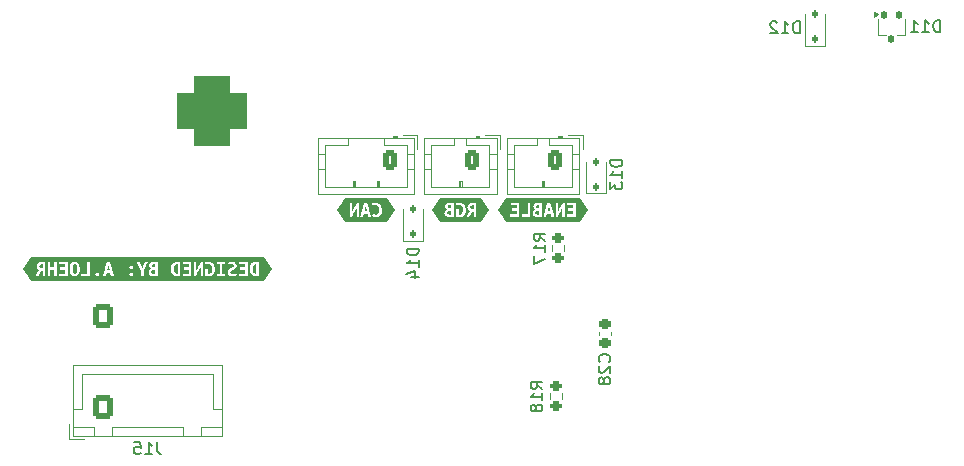
<source format=gbr>
G04 #@! TF.GenerationSoftware,KiCad,Pcbnew,8.0.1-rc2-202403101705~c0fd138706~ubuntu22.04.1*
G04 #@! TF.CreationDate,2024-03-11T22:08:16-04:00*
G04 #@! TF.ProjectId,Balance_Controller,42616c61-6e63-4655-9f43-6f6e74726f6c,rev?*
G04 #@! TF.SameCoordinates,Original*
G04 #@! TF.FileFunction,Legend,Bot*
G04 #@! TF.FilePolarity,Positive*
%FSLAX46Y46*%
G04 Gerber Fmt 4.6, Leading zero omitted, Abs format (unit mm)*
G04 Created by KiCad (PCBNEW 8.0.1-rc2-202403101705~c0fd138706~ubuntu22.04.1) date 2024-03-11 22:08:16*
%MOMM*%
%LPD*%
G01*
G04 APERTURE LIST*
G04 Aperture macros list*
%AMRoundRect*
0 Rectangle with rounded corners*
0 $1 Rounding radius*
0 $2 $3 $4 $5 $6 $7 $8 $9 X,Y pos of 4 corners*
0 Add a 4 corners polygon primitive as box body*
4,1,4,$2,$3,$4,$5,$6,$7,$8,$9,$2,$3,0*
0 Add four circle primitives for the rounded corners*
1,1,$1+$1,$2,$3*
1,1,$1+$1,$4,$5*
1,1,$1+$1,$6,$7*
1,1,$1+$1,$8,$9*
0 Add four rect primitives between the rounded corners*
20,1,$1+$1,$2,$3,$4,$5,0*
20,1,$1+$1,$4,$5,$6,$7,0*
20,1,$1+$1,$6,$7,$8,$9,0*
20,1,$1+$1,$8,$9,$2,$3,0*%
G04 Aperture macros list end*
%ADD10C,0.150000*%
%ADD11C,0.120000*%
%ADD12C,0.000000*%
%ADD13RoundRect,0.250000X-0.600000X-0.725000X0.600000X-0.725000X0.600000X0.725000X-0.600000X0.725000X0*%
%ADD14O,1.700000X1.950000*%
%ADD15C,5.400000*%
%ADD16C,0.850000*%
%ADD17C,5.600000*%
%ADD18C,2.400000*%
%ADD19RoundRect,1.500000X-1.500000X1.500000X-1.500000X-1.500000X1.500000X-1.500000X1.500000X1.500000X0*%
%ADD20C,6.000000*%
%ADD21R,1.700000X1.700000*%
%ADD22O,1.700000X1.700000*%
%ADD23RoundRect,0.200000X-0.275000X0.200000X-0.275000X-0.200000X0.275000X-0.200000X0.275000X0.200000X0*%
%ADD24RoundRect,0.250000X0.350000X0.625000X-0.350000X0.625000X-0.350000X-0.625000X0.350000X-0.625000X0*%
%ADD25O,1.200000X1.750000*%
%ADD26RoundRect,0.112500X0.112500X-0.187500X0.112500X0.187500X-0.112500X0.187500X-0.112500X-0.187500X0*%
%ADD27RoundRect,0.200000X0.275000X-0.200000X0.275000X0.200000X-0.275000X0.200000X-0.275000X-0.200000X0*%
%ADD28RoundRect,0.225000X-0.250000X0.225000X-0.250000X-0.225000X0.250000X-0.225000X0.250000X0.225000X0*%
%ADD29RoundRect,0.112500X-0.112500X-0.237500X0.112500X-0.237500X0.112500X0.237500X-0.112500X0.237500X0*%
G04 APERTURE END LIST*
D10*
X86809523Y-65424819D02*
X86809523Y-66139104D01*
X86809523Y-66139104D02*
X86857142Y-66281961D01*
X86857142Y-66281961D02*
X86952380Y-66377200D01*
X86952380Y-66377200D02*
X87095237Y-66424819D01*
X87095237Y-66424819D02*
X87190475Y-66424819D01*
X85809523Y-66424819D02*
X86380951Y-66424819D01*
X86095237Y-66424819D02*
X86095237Y-65424819D01*
X86095237Y-65424819D02*
X86190475Y-65567676D01*
X86190475Y-65567676D02*
X86285713Y-65662914D01*
X86285713Y-65662914D02*
X86380951Y-65710533D01*
X84904761Y-65424819D02*
X85380951Y-65424819D01*
X85380951Y-65424819D02*
X85428570Y-65901009D01*
X85428570Y-65901009D02*
X85380951Y-65853390D01*
X85380951Y-65853390D02*
X85285713Y-65805771D01*
X85285713Y-65805771D02*
X85047618Y-65805771D01*
X85047618Y-65805771D02*
X84952380Y-65853390D01*
X84952380Y-65853390D02*
X84904761Y-65901009D01*
X84904761Y-65901009D02*
X84857142Y-65996247D01*
X84857142Y-65996247D02*
X84857142Y-66234342D01*
X84857142Y-66234342D02*
X84904761Y-66329580D01*
X84904761Y-66329580D02*
X84952380Y-66377200D01*
X84952380Y-66377200D02*
X85047618Y-66424819D01*
X85047618Y-66424819D02*
X85285713Y-66424819D01*
X85285713Y-66424819D02*
X85380951Y-66377200D01*
X85380951Y-66377200D02*
X85428570Y-66329580D01*
X119451199Y-60916026D02*
X118975008Y-60582693D01*
X119451199Y-60344598D02*
X118451199Y-60344598D01*
X118451199Y-60344598D02*
X118451199Y-60725550D01*
X118451199Y-60725550D02*
X118498818Y-60820788D01*
X118498818Y-60820788D02*
X118546437Y-60868407D01*
X118546437Y-60868407D02*
X118641675Y-60916026D01*
X118641675Y-60916026D02*
X118784532Y-60916026D01*
X118784532Y-60916026D02*
X118879770Y-60868407D01*
X118879770Y-60868407D02*
X118927389Y-60820788D01*
X118927389Y-60820788D02*
X118975008Y-60725550D01*
X118975008Y-60725550D02*
X118975008Y-60344598D01*
X119451199Y-61868407D02*
X119451199Y-61296979D01*
X119451199Y-61582693D02*
X118451199Y-61582693D01*
X118451199Y-61582693D02*
X118594056Y-61487455D01*
X118594056Y-61487455D02*
X118689294Y-61392217D01*
X118689294Y-61392217D02*
X118736913Y-61296979D01*
X118879770Y-62439836D02*
X118832151Y-62344598D01*
X118832151Y-62344598D02*
X118784532Y-62296979D01*
X118784532Y-62296979D02*
X118689294Y-62249360D01*
X118689294Y-62249360D02*
X118641675Y-62249360D01*
X118641675Y-62249360D02*
X118546437Y-62296979D01*
X118546437Y-62296979D02*
X118498818Y-62344598D01*
X118498818Y-62344598D02*
X118451199Y-62439836D01*
X118451199Y-62439836D02*
X118451199Y-62630312D01*
X118451199Y-62630312D02*
X118498818Y-62725550D01*
X118498818Y-62725550D02*
X118546437Y-62773169D01*
X118546437Y-62773169D02*
X118641675Y-62820788D01*
X118641675Y-62820788D02*
X118689294Y-62820788D01*
X118689294Y-62820788D02*
X118784532Y-62773169D01*
X118784532Y-62773169D02*
X118832151Y-62725550D01*
X118832151Y-62725550D02*
X118879770Y-62630312D01*
X118879770Y-62630312D02*
X118879770Y-62439836D01*
X118879770Y-62439836D02*
X118927389Y-62344598D01*
X118927389Y-62344598D02*
X118975008Y-62296979D01*
X118975008Y-62296979D02*
X119070246Y-62249360D01*
X119070246Y-62249360D02*
X119260722Y-62249360D01*
X119260722Y-62249360D02*
X119355960Y-62296979D01*
X119355960Y-62296979D02*
X119403580Y-62344598D01*
X119403580Y-62344598D02*
X119451199Y-62439836D01*
X119451199Y-62439836D02*
X119451199Y-62630312D01*
X119451199Y-62630312D02*
X119403580Y-62725550D01*
X119403580Y-62725550D02*
X119355960Y-62773169D01*
X119355960Y-62773169D02*
X119260722Y-62820788D01*
X119260722Y-62820788D02*
X119070246Y-62820788D01*
X119070246Y-62820788D02*
X118975008Y-62773169D01*
X118975008Y-62773169D02*
X118927389Y-62725550D01*
X118927389Y-62725550D02*
X118879770Y-62630312D01*
X126204819Y-41535714D02*
X125204819Y-41535714D01*
X125204819Y-41535714D02*
X125204819Y-41773809D01*
X125204819Y-41773809D02*
X125252438Y-41916666D01*
X125252438Y-41916666D02*
X125347676Y-42011904D01*
X125347676Y-42011904D02*
X125442914Y-42059523D01*
X125442914Y-42059523D02*
X125633390Y-42107142D01*
X125633390Y-42107142D02*
X125776247Y-42107142D01*
X125776247Y-42107142D02*
X125966723Y-42059523D01*
X125966723Y-42059523D02*
X126061961Y-42011904D01*
X126061961Y-42011904D02*
X126157200Y-41916666D01*
X126157200Y-41916666D02*
X126204819Y-41773809D01*
X126204819Y-41773809D02*
X126204819Y-41535714D01*
X126204819Y-43059523D02*
X126204819Y-42488095D01*
X126204819Y-42773809D02*
X125204819Y-42773809D01*
X125204819Y-42773809D02*
X125347676Y-42678571D01*
X125347676Y-42678571D02*
X125442914Y-42583333D01*
X125442914Y-42583333D02*
X125490533Y-42488095D01*
X125204819Y-43392857D02*
X125204819Y-44011904D01*
X125204819Y-44011904D02*
X125585771Y-43678571D01*
X125585771Y-43678571D02*
X125585771Y-43821428D01*
X125585771Y-43821428D02*
X125633390Y-43916666D01*
X125633390Y-43916666D02*
X125681009Y-43964285D01*
X125681009Y-43964285D02*
X125776247Y-44011904D01*
X125776247Y-44011904D02*
X126014342Y-44011904D01*
X126014342Y-44011904D02*
X126109580Y-43964285D01*
X126109580Y-43964285D02*
X126157200Y-43916666D01*
X126157200Y-43916666D02*
X126204819Y-43821428D01*
X126204819Y-43821428D02*
X126204819Y-43535714D01*
X126204819Y-43535714D02*
X126157200Y-43440476D01*
X126157200Y-43440476D02*
X126109580Y-43392857D01*
X108954819Y-49035714D02*
X107954819Y-49035714D01*
X107954819Y-49035714D02*
X107954819Y-49273809D01*
X107954819Y-49273809D02*
X108002438Y-49416666D01*
X108002438Y-49416666D02*
X108097676Y-49511904D01*
X108097676Y-49511904D02*
X108192914Y-49559523D01*
X108192914Y-49559523D02*
X108383390Y-49607142D01*
X108383390Y-49607142D02*
X108526247Y-49607142D01*
X108526247Y-49607142D02*
X108716723Y-49559523D01*
X108716723Y-49559523D02*
X108811961Y-49511904D01*
X108811961Y-49511904D02*
X108907200Y-49416666D01*
X108907200Y-49416666D02*
X108954819Y-49273809D01*
X108954819Y-49273809D02*
X108954819Y-49035714D01*
X108954819Y-50559523D02*
X108954819Y-49988095D01*
X108954819Y-50273809D02*
X107954819Y-50273809D01*
X107954819Y-50273809D02*
X108097676Y-50178571D01*
X108097676Y-50178571D02*
X108192914Y-50083333D01*
X108192914Y-50083333D02*
X108240533Y-49988095D01*
X108288152Y-51416666D02*
X108954819Y-51416666D01*
X107907200Y-51178571D02*
X108621485Y-50940476D01*
X108621485Y-50940476D02*
X108621485Y-51559523D01*
X141214285Y-30804819D02*
X141214285Y-29804819D01*
X141214285Y-29804819D02*
X140976190Y-29804819D01*
X140976190Y-29804819D02*
X140833333Y-29852438D01*
X140833333Y-29852438D02*
X140738095Y-29947676D01*
X140738095Y-29947676D02*
X140690476Y-30042914D01*
X140690476Y-30042914D02*
X140642857Y-30233390D01*
X140642857Y-30233390D02*
X140642857Y-30376247D01*
X140642857Y-30376247D02*
X140690476Y-30566723D01*
X140690476Y-30566723D02*
X140738095Y-30661961D01*
X140738095Y-30661961D02*
X140833333Y-30757200D01*
X140833333Y-30757200D02*
X140976190Y-30804819D01*
X140976190Y-30804819D02*
X141214285Y-30804819D01*
X139690476Y-30804819D02*
X140261904Y-30804819D01*
X139976190Y-30804819D02*
X139976190Y-29804819D01*
X139976190Y-29804819D02*
X140071428Y-29947676D01*
X140071428Y-29947676D02*
X140166666Y-30042914D01*
X140166666Y-30042914D02*
X140261904Y-30090533D01*
X139309523Y-29900057D02*
X139261904Y-29852438D01*
X139261904Y-29852438D02*
X139166666Y-29804819D01*
X139166666Y-29804819D02*
X138928571Y-29804819D01*
X138928571Y-29804819D02*
X138833333Y-29852438D01*
X138833333Y-29852438D02*
X138785714Y-29900057D01*
X138785714Y-29900057D02*
X138738095Y-29995295D01*
X138738095Y-29995295D02*
X138738095Y-30090533D01*
X138738095Y-30090533D02*
X138785714Y-30233390D01*
X138785714Y-30233390D02*
X139357142Y-30804819D01*
X139357142Y-30804819D02*
X138738095Y-30804819D01*
X119704819Y-48357142D02*
X119228628Y-48023809D01*
X119704819Y-47785714D02*
X118704819Y-47785714D01*
X118704819Y-47785714D02*
X118704819Y-48166666D01*
X118704819Y-48166666D02*
X118752438Y-48261904D01*
X118752438Y-48261904D02*
X118800057Y-48309523D01*
X118800057Y-48309523D02*
X118895295Y-48357142D01*
X118895295Y-48357142D02*
X119038152Y-48357142D01*
X119038152Y-48357142D02*
X119133390Y-48309523D01*
X119133390Y-48309523D02*
X119181009Y-48261904D01*
X119181009Y-48261904D02*
X119228628Y-48166666D01*
X119228628Y-48166666D02*
X119228628Y-47785714D01*
X119704819Y-49309523D02*
X119704819Y-48738095D01*
X119704819Y-49023809D02*
X118704819Y-49023809D01*
X118704819Y-49023809D02*
X118847676Y-48928571D01*
X118847676Y-48928571D02*
X118942914Y-48833333D01*
X118942914Y-48833333D02*
X118990533Y-48738095D01*
X118704819Y-49642857D02*
X118704819Y-50309523D01*
X118704819Y-50309523D02*
X119704819Y-49880952D01*
X125109580Y-58607142D02*
X125157200Y-58559523D01*
X125157200Y-58559523D02*
X125204819Y-58416666D01*
X125204819Y-58416666D02*
X125204819Y-58321428D01*
X125204819Y-58321428D02*
X125157200Y-58178571D01*
X125157200Y-58178571D02*
X125061961Y-58083333D01*
X125061961Y-58083333D02*
X124966723Y-58035714D01*
X124966723Y-58035714D02*
X124776247Y-57988095D01*
X124776247Y-57988095D02*
X124633390Y-57988095D01*
X124633390Y-57988095D02*
X124442914Y-58035714D01*
X124442914Y-58035714D02*
X124347676Y-58083333D01*
X124347676Y-58083333D02*
X124252438Y-58178571D01*
X124252438Y-58178571D02*
X124204819Y-58321428D01*
X124204819Y-58321428D02*
X124204819Y-58416666D01*
X124204819Y-58416666D02*
X124252438Y-58559523D01*
X124252438Y-58559523D02*
X124300057Y-58607142D01*
X124300057Y-58988095D02*
X124252438Y-59035714D01*
X124252438Y-59035714D02*
X124204819Y-59130952D01*
X124204819Y-59130952D02*
X124204819Y-59369047D01*
X124204819Y-59369047D02*
X124252438Y-59464285D01*
X124252438Y-59464285D02*
X124300057Y-59511904D01*
X124300057Y-59511904D02*
X124395295Y-59559523D01*
X124395295Y-59559523D02*
X124490533Y-59559523D01*
X124490533Y-59559523D02*
X124633390Y-59511904D01*
X124633390Y-59511904D02*
X125204819Y-58940476D01*
X125204819Y-58940476D02*
X125204819Y-59559523D01*
X124633390Y-60130952D02*
X124585771Y-60035714D01*
X124585771Y-60035714D02*
X124538152Y-59988095D01*
X124538152Y-59988095D02*
X124442914Y-59940476D01*
X124442914Y-59940476D02*
X124395295Y-59940476D01*
X124395295Y-59940476D02*
X124300057Y-59988095D01*
X124300057Y-59988095D02*
X124252438Y-60035714D01*
X124252438Y-60035714D02*
X124204819Y-60130952D01*
X124204819Y-60130952D02*
X124204819Y-60321428D01*
X124204819Y-60321428D02*
X124252438Y-60416666D01*
X124252438Y-60416666D02*
X124300057Y-60464285D01*
X124300057Y-60464285D02*
X124395295Y-60511904D01*
X124395295Y-60511904D02*
X124442914Y-60511904D01*
X124442914Y-60511904D02*
X124538152Y-60464285D01*
X124538152Y-60464285D02*
X124585771Y-60416666D01*
X124585771Y-60416666D02*
X124633390Y-60321428D01*
X124633390Y-60321428D02*
X124633390Y-60130952D01*
X124633390Y-60130952D02*
X124681009Y-60035714D01*
X124681009Y-60035714D02*
X124728628Y-59988095D01*
X124728628Y-59988095D02*
X124823866Y-59940476D01*
X124823866Y-59940476D02*
X125014342Y-59940476D01*
X125014342Y-59940476D02*
X125109580Y-59988095D01*
X125109580Y-59988095D02*
X125157200Y-60035714D01*
X125157200Y-60035714D02*
X125204819Y-60130952D01*
X125204819Y-60130952D02*
X125204819Y-60321428D01*
X125204819Y-60321428D02*
X125157200Y-60416666D01*
X125157200Y-60416666D02*
X125109580Y-60464285D01*
X125109580Y-60464285D02*
X125014342Y-60511904D01*
X125014342Y-60511904D02*
X124823866Y-60511904D01*
X124823866Y-60511904D02*
X124728628Y-60464285D01*
X124728628Y-60464285D02*
X124681009Y-60416666D01*
X124681009Y-60416666D02*
X124633390Y-60321428D01*
X153114285Y-30704819D02*
X153114285Y-29704819D01*
X153114285Y-29704819D02*
X152876190Y-29704819D01*
X152876190Y-29704819D02*
X152733333Y-29752438D01*
X152733333Y-29752438D02*
X152638095Y-29847676D01*
X152638095Y-29847676D02*
X152590476Y-29942914D01*
X152590476Y-29942914D02*
X152542857Y-30133390D01*
X152542857Y-30133390D02*
X152542857Y-30276247D01*
X152542857Y-30276247D02*
X152590476Y-30466723D01*
X152590476Y-30466723D02*
X152638095Y-30561961D01*
X152638095Y-30561961D02*
X152733333Y-30657200D01*
X152733333Y-30657200D02*
X152876190Y-30704819D01*
X152876190Y-30704819D02*
X153114285Y-30704819D01*
X151590476Y-30704819D02*
X152161904Y-30704819D01*
X151876190Y-30704819D02*
X151876190Y-29704819D01*
X151876190Y-29704819D02*
X151971428Y-29847676D01*
X151971428Y-29847676D02*
X152066666Y-29942914D01*
X152066666Y-29942914D02*
X152161904Y-29990533D01*
X150638095Y-30704819D02*
X151209523Y-30704819D01*
X150923809Y-30704819D02*
X150923809Y-29704819D01*
X150923809Y-29704819D02*
X151019047Y-29847676D01*
X151019047Y-29847676D02*
X151114285Y-29942914D01*
X151114285Y-29942914D02*
X151209523Y-29990533D01*
D11*
X79400000Y-65170000D02*
X79400000Y-63920000D01*
X79690000Y-58910000D02*
X92310000Y-58910000D01*
X79690000Y-64880000D02*
X79690000Y-58910000D01*
X79700000Y-62620000D02*
X80450000Y-62620000D01*
X79700000Y-64120000D02*
X81500000Y-64120000D01*
X79700000Y-64870000D02*
X79700000Y-64120000D01*
X80450000Y-59670000D02*
X86000000Y-59670000D01*
X80450000Y-62620000D02*
X80450000Y-59670000D01*
X80650000Y-65170000D02*
X79400000Y-65170000D01*
X81500000Y-64120000D02*
X81500000Y-64870000D01*
X81500000Y-64870000D02*
X79700000Y-64870000D01*
X83000000Y-64120000D02*
X89000000Y-64120000D01*
X83000000Y-64870000D02*
X83000000Y-64120000D01*
X89000000Y-64120000D02*
X89000000Y-64870000D01*
X89000000Y-64870000D02*
X83000000Y-64870000D01*
X90500000Y-64120000D02*
X92300000Y-64120000D01*
X90500000Y-64870000D02*
X90500000Y-64120000D01*
X91550000Y-59670000D02*
X86000000Y-59670000D01*
X91550000Y-62620000D02*
X91550000Y-59670000D01*
X92300000Y-62620000D02*
X91550000Y-62620000D01*
X92300000Y-64120000D02*
X92300000Y-64870000D01*
X92300000Y-64870000D02*
X90500000Y-64870000D01*
X92310000Y-58910000D02*
X92310000Y-64880000D01*
X92310000Y-64880000D02*
X79690000Y-64880000D01*
D12*
G36*
X120035305Y-45514732D02*
G01*
X120065785Y-45632843D01*
X120092455Y-45750000D01*
X120116268Y-45871920D01*
X119885763Y-45871920D01*
X119908623Y-45750000D01*
X119934340Y-45632843D01*
X119964820Y-45514732D01*
X120000063Y-45388050D01*
X120035305Y-45514732D01*
G37*
G36*
X119133288Y-45351855D02*
G01*
X119184723Y-45357570D01*
X119184723Y-45628080D01*
X119093283Y-45628080D01*
X118958028Y-45589027D01*
X118912308Y-45481395D01*
X118925643Y-45413767D01*
X118961838Y-45373762D01*
X119015178Y-45354712D01*
X119078043Y-45349950D01*
X119133288Y-45351855D01*
G37*
G36*
X119184723Y-46142430D02*
G01*
X119130430Y-46148145D01*
X119072328Y-46150050D01*
X118994222Y-46143382D01*
X118926595Y-46118618D01*
X118878018Y-46067182D01*
X118858967Y-45982410D01*
X118913260Y-45859537D01*
X119058993Y-45822390D01*
X119184723Y-45822390D01*
X119184723Y-46142430D01*
G37*
G36*
X123323441Y-45750000D02*
G01*
X122656268Y-46750760D01*
X122259393Y-46750760D01*
X120750633Y-46750760D01*
X119790513Y-46750760D01*
X119091378Y-46750760D01*
X117693108Y-46750760D01*
X117496893Y-46750760D01*
X116740607Y-46750760D01*
X116343732Y-46750760D01*
X116068989Y-46338645D01*
X116740607Y-46338645D01*
X117496893Y-46338645D01*
X117693108Y-46338645D01*
X118434153Y-46338645D01*
X118434153Y-45982410D01*
X118628463Y-45982410D01*
X118637511Y-46080279D01*
X118664658Y-46160528D01*
X118762765Y-46274828D01*
X118830392Y-46311499D01*
X118909450Y-46335787D01*
X118997318Y-46349361D01*
X119091378Y-46353885D01*
X119170911Y-46351742D01*
X119253303Y-46345313D01*
X119305163Y-46338645D01*
X119539053Y-46338645D01*
X119790513Y-46338645D01*
X119845758Y-46066230D01*
X120160083Y-46066230D01*
X120213423Y-46338645D01*
X120457263Y-46338645D01*
X120423658Y-46201676D01*
X120389902Y-46069659D01*
X120355993Y-45942596D01*
X120321931Y-45820485D01*
X120287718Y-45703328D01*
X120245212Y-45561822D01*
X120203421Y-45424007D01*
X120162345Y-45289883D01*
X120121983Y-45159450D01*
X120562038Y-45159450D01*
X120562038Y-46338645D01*
X120750633Y-46338645D01*
X120805560Y-46207941D01*
X120863663Y-46077448D01*
X120924940Y-45947167D01*
X120989393Y-45816887D01*
X121057020Y-45686394D01*
X121127823Y-45555690D01*
X121127823Y-46338645D01*
X121339278Y-46338645D01*
X121503108Y-46338645D01*
X122259393Y-46338645D01*
X122259393Y-45159450D01*
X121545018Y-45159450D01*
X121545018Y-45353760D01*
X122025078Y-45353760D01*
X122025078Y-45618555D01*
X121607883Y-45618555D01*
X121607883Y-45812865D01*
X122025078Y-45812865D01*
X122025078Y-46144335D01*
X121503108Y-46144335D01*
X121503108Y-46338645D01*
X121339278Y-46338645D01*
X121339278Y-45159450D01*
X121150683Y-45159450D01*
X121097343Y-45246842D01*
X121044003Y-45341377D01*
X120991377Y-45439247D01*
X120940180Y-45536640D01*
X120891603Y-45632366D01*
X120846835Y-45725235D01*
X120807068Y-45810960D01*
X120773493Y-45885255D01*
X120773493Y-45159450D01*
X120562038Y-45159450D01*
X120121983Y-45159450D01*
X119866713Y-45159450D01*
X119824862Y-45290955D01*
X119783131Y-45426388D01*
X119741518Y-45565751D01*
X119700025Y-45709042D01*
X119667069Y-45827191D01*
X119634493Y-45949225D01*
X119602299Y-46075145D01*
X119570485Y-46204952D01*
X119539053Y-46338645D01*
X119305163Y-46338645D01*
X119336646Y-46334597D01*
X119419038Y-46319595D01*
X119419038Y-45174690D01*
X119272353Y-45154687D01*
X119114238Y-45146115D01*
X118993270Y-45153021D01*
X118897068Y-45173737D01*
X118765623Y-45246127D01*
X118700853Y-45346140D01*
X118683707Y-45456630D01*
X118693947Y-45535688D01*
X118724665Y-45605220D01*
X118834203Y-45708090D01*
X118733476Y-45759525D01*
X118671325Y-45826200D01*
X118639178Y-45902400D01*
X118628463Y-45982410D01*
X118434153Y-45982410D01*
X118434153Y-45159450D01*
X118197933Y-45159450D01*
X118197933Y-46144335D01*
X117693108Y-46144335D01*
X117693108Y-46338645D01*
X117496893Y-46338645D01*
X117496893Y-45159450D01*
X116782517Y-45159450D01*
X116782517Y-45353760D01*
X117262578Y-45353760D01*
X117262578Y-45618555D01*
X116845383Y-45618555D01*
X116845383Y-45812865D01*
X117262578Y-45812865D01*
X117262578Y-46144335D01*
X116740607Y-46144335D01*
X116740607Y-46338645D01*
X116068989Y-46338645D01*
X115676559Y-45750000D01*
X116343732Y-44749240D01*
X116740607Y-44749240D01*
X122259393Y-44749240D01*
X122656268Y-44749240D01*
X123323441Y-45750000D01*
G37*
D11*
X120064870Y-61262742D02*
X120064870Y-61737258D01*
X121109870Y-61262742D02*
X121109870Y-61737258D01*
X116440000Y-39690000D02*
X122560000Y-39690000D01*
X116440000Y-41000000D02*
X117050000Y-41000000D01*
X116440000Y-42300000D02*
X117050000Y-42300000D01*
X116440000Y-44410000D02*
X116440000Y-39690000D01*
X117050000Y-40300000D02*
X119000000Y-40300000D01*
X117050000Y-43800000D02*
X117050000Y-40300000D01*
X119000000Y-40300000D02*
X119000000Y-39690000D01*
X119400000Y-43300000D02*
X119400000Y-43800000D01*
X119500000Y-43800000D02*
X119500000Y-43300000D01*
X119600000Y-43300000D02*
X119400000Y-43300000D01*
X119600000Y-43800000D02*
X119600000Y-43300000D01*
X120000000Y-39690000D02*
X120000000Y-40300000D01*
X120000000Y-40300000D02*
X121950000Y-40300000D01*
X120800000Y-39490000D02*
X121100000Y-39490000D01*
X120800000Y-39590000D02*
X121100000Y-39590000D01*
X120800000Y-39690000D02*
X120800000Y-39490000D01*
X121100000Y-39490000D02*
X121100000Y-39690000D01*
X121610000Y-39390000D02*
X122860000Y-39390000D01*
X121950000Y-40300000D02*
X121950000Y-43800000D01*
X121950000Y-43800000D02*
X117050000Y-43800000D01*
X122560000Y-39690000D02*
X122560000Y-44410000D01*
X122560000Y-41000000D02*
X121950000Y-41000000D01*
X122560000Y-42300000D02*
X121950000Y-42300000D01*
X122560000Y-44410000D02*
X116440000Y-44410000D01*
X122860000Y-39390000D02*
X122860000Y-40640000D01*
D12*
G36*
X104519050Y-45516637D02*
G01*
X104549530Y-45634747D01*
X104576200Y-45751905D01*
X104600012Y-45873825D01*
X104369507Y-45873825D01*
X104392367Y-45751905D01*
X104418085Y-45634747D01*
X104448565Y-45516637D01*
X104483807Y-45389955D01*
X104519050Y-45516637D01*
G37*
G36*
X106930886Y-45750000D02*
G01*
X106256092Y-46762190D01*
X105859218Y-46762190D01*
X105346772Y-46762190D01*
X104274257Y-46762190D01*
X103329377Y-46762190D01*
X103140782Y-46762190D01*
X102743907Y-46762190D01*
X102069114Y-45750000D01*
X102461544Y-45161355D01*
X103140782Y-45161355D01*
X103140782Y-46340550D01*
X103329377Y-46340550D01*
X103384305Y-46209846D01*
X103442407Y-46079353D01*
X103503685Y-45949072D01*
X103568138Y-45818792D01*
X103635765Y-45688299D01*
X103706567Y-45557595D01*
X103706567Y-46340550D01*
X103918022Y-46340550D01*
X104022797Y-46340550D01*
X104274257Y-46340550D01*
X104329502Y-46068135D01*
X104643827Y-46068135D01*
X104697167Y-46340550D01*
X104941007Y-46340550D01*
X104926986Y-46283400D01*
X105017207Y-46283400D01*
X105151510Y-46339597D01*
X105242712Y-46358886D01*
X105346772Y-46365315D01*
X105500019Y-46347535D01*
X105627019Y-46294195D01*
X105727773Y-46205295D01*
X105785280Y-46116832D01*
X105826356Y-46011461D01*
X105851002Y-45889184D01*
X105859218Y-45750000D01*
X105849216Y-45611411D01*
X105819213Y-45489015D01*
X105771349Y-45383526D01*
X105707770Y-45295657D01*
X105629665Y-45226125D01*
X105538225Y-45175642D01*
X105435593Y-45144924D01*
X105323912Y-45134685D01*
X105210565Y-45145162D01*
X105121982Y-45168975D01*
X105058165Y-45197550D01*
X105019112Y-45220410D01*
X105080072Y-45407100D01*
X105185800Y-45358522D01*
X105327722Y-45338520D01*
X105435355Y-45358522D01*
X105528700Y-45425197D01*
X105595375Y-45549975D01*
X105614663Y-45637605D01*
X105621092Y-45744285D01*
X105613367Y-45868427D01*
X105590189Y-45971615D01*
X105551560Y-46053847D01*
X105459882Y-46134572D01*
X105323912Y-46161480D01*
X105172465Y-46140525D01*
X105076262Y-46098615D01*
X105017207Y-46283400D01*
X104926986Y-46283400D01*
X104907403Y-46203580D01*
X104873647Y-46071564D01*
X104839738Y-45944500D01*
X104805676Y-45822390D01*
X104771462Y-45705232D01*
X104728957Y-45563727D01*
X104687166Y-45425912D01*
X104646090Y-45291788D01*
X104605727Y-45161355D01*
X104350457Y-45161355D01*
X104308607Y-45292860D01*
X104266876Y-45428293D01*
X104225263Y-45567656D01*
X104183770Y-45710947D01*
X104150813Y-45829096D01*
X104118238Y-45951130D01*
X104086043Y-46077050D01*
X104054230Y-46206857D01*
X104022797Y-46340550D01*
X103918022Y-46340550D01*
X103918022Y-45161355D01*
X103729427Y-45161355D01*
X103676087Y-45248747D01*
X103622747Y-45343282D01*
X103570122Y-45441152D01*
X103518925Y-45538545D01*
X103470347Y-45634271D01*
X103425580Y-45727140D01*
X103385813Y-45812865D01*
X103352237Y-45887160D01*
X103352237Y-45161355D01*
X103140782Y-45161355D01*
X102461544Y-45161355D01*
X102743907Y-44737810D01*
X103140782Y-44737810D01*
X105859217Y-44737810D01*
X105859218Y-44737810D01*
X106256092Y-44737810D01*
X106930886Y-45750000D01*
G37*
D11*
X123150000Y-44360000D02*
X123150000Y-41700000D01*
X124850000Y-44360000D02*
X123150000Y-44360000D01*
X124850000Y-44360000D02*
X124850000Y-41700000D01*
X107650000Y-48360000D02*
X107650000Y-45700000D01*
X109350000Y-48360000D02*
X107650000Y-48360000D01*
X109350000Y-48360000D02*
X109350000Y-45700000D01*
X141650000Y-29200000D02*
X141650000Y-31860000D01*
X141650000Y-31860000D02*
X143350000Y-31860000D01*
X143350000Y-29200000D02*
X143350000Y-31860000D01*
X120227500Y-49237258D02*
X120227500Y-48762742D01*
X121272500Y-49237258D02*
X121272500Y-48762742D01*
D12*
G36*
X82744355Y-50516637D02*
G01*
X82774835Y-50634747D01*
X82801505Y-50751905D01*
X82825317Y-50873825D01*
X82594812Y-50873825D01*
X82617673Y-50751905D01*
X82643390Y-50634747D01*
X82673870Y-50516637D01*
X82709112Y-50389955D01*
X82744355Y-50516637D01*
G37*
G36*
X86604837Y-50353760D02*
G01*
X86656272Y-50359475D01*
X86656272Y-50629985D01*
X86564832Y-50629985D01*
X86429577Y-50590932D01*
X86383857Y-50483300D01*
X86397192Y-50415672D01*
X86433387Y-50375667D01*
X86486727Y-50356617D01*
X86549592Y-50351855D01*
X86604837Y-50353760D01*
G37*
G36*
X86656272Y-51144335D02*
G01*
X86601980Y-51150050D01*
X86543877Y-51151955D01*
X86465772Y-51145287D01*
X86398145Y-51120522D01*
X86349567Y-51069087D01*
X86330517Y-50984315D01*
X86384810Y-50861442D01*
X86530542Y-50824295D01*
X86656272Y-50824295D01*
X86656272Y-51144335D01*
G37*
G36*
X77093172Y-50352807D02*
G01*
X77131272Y-50357570D01*
X77131272Y-50711900D01*
X77079837Y-50711900D01*
X76976491Y-50700232D01*
X76906482Y-50665227D01*
X76853142Y-50532830D01*
X76867430Y-50451867D01*
X76910292Y-50395670D01*
X76976491Y-50362809D01*
X77060787Y-50351855D01*
X77093172Y-50352807D01*
G37*
G36*
X88526982Y-50352807D02*
G01*
X88561272Y-50357570D01*
X88561272Y-51150050D01*
X88540317Y-51151955D01*
X88519362Y-51151955D01*
X88385060Y-51121475D01*
X88297430Y-51037655D01*
X88249805Y-50910972D01*
X88239089Y-50834058D01*
X88235517Y-50750000D01*
X88246947Y-50601410D01*
X88286953Y-50473775D01*
X88365057Y-50385192D01*
X88492692Y-50351855D01*
X88526982Y-50352807D01*
G37*
G36*
X95194483Y-50352807D02*
G01*
X95228773Y-50357570D01*
X95228773Y-51150050D01*
X95207818Y-51151955D01*
X95186863Y-51151955D01*
X95052560Y-51121475D01*
X94964930Y-51037655D01*
X94917305Y-50910972D01*
X94906589Y-50834058D01*
X94903017Y-50750000D01*
X94914448Y-50601410D01*
X94954453Y-50473775D01*
X95032558Y-50385192D01*
X95160193Y-50351855D01*
X95194483Y-50352807D01*
G37*
G36*
X79946862Y-50370905D02*
G01*
X80003060Y-50459487D01*
X80029730Y-50589980D01*
X80034731Y-50667132D01*
X80036397Y-50750000D01*
X80034731Y-50833106D01*
X80029730Y-50910972D01*
X80003060Y-51041465D01*
X79946862Y-51129095D01*
X79849707Y-51161480D01*
X79753505Y-51129095D01*
X79696355Y-51040512D01*
X79669685Y-50910020D01*
X79664684Y-50832867D01*
X79663017Y-50750000D01*
X79664684Y-50666894D01*
X79669685Y-50589027D01*
X79696355Y-50458535D01*
X79752552Y-50370905D01*
X79849707Y-50338520D01*
X79946862Y-50370905D01*
G37*
G36*
X96534756Y-50750000D02*
G01*
X95859962Y-51762190D01*
X95463087Y-51762190D01*
X95211627Y-51762190D01*
X94493442Y-51762190D01*
X93218997Y-51762190D01*
X92605588Y-51762190D01*
X91222558Y-51762190D01*
X90127183Y-51762190D01*
X89730942Y-51762190D01*
X88544127Y-51762190D01*
X86562927Y-51762190D01*
X85444692Y-51762190D01*
X84610302Y-51762190D01*
X82499563Y-51762190D01*
X81752802Y-51762190D01*
X80402157Y-51762190D01*
X79847802Y-51762190D01*
X79253442Y-51762190D01*
X77554182Y-51762190D01*
X76536912Y-51762190D01*
X76140037Y-51762190D01*
X75858944Y-51340550D01*
X76536912Y-51340550D01*
X76782657Y-51340550D01*
X76830044Y-51228393D01*
X76884575Y-51120522D01*
X76944821Y-51014081D01*
X77009352Y-50906210D01*
X77131272Y-50906210D01*
X77131272Y-51340550D01*
X77365587Y-51340550D01*
X77365587Y-50178500D01*
X77290340Y-50164212D01*
X77265484Y-50161355D01*
X77554182Y-50161355D01*
X77554182Y-51340550D01*
X77788497Y-51340550D01*
X77788497Y-50820485D01*
X78100917Y-50820485D01*
X78100917Y-51340550D01*
X78335232Y-51340550D01*
X78497157Y-51340550D01*
X79253442Y-51340550D01*
X79253442Y-50750000D01*
X79424892Y-50750000D01*
X79431798Y-50893054D01*
X79452515Y-51017414D01*
X79487043Y-51123082D01*
X79535382Y-51210057D01*
X79619202Y-51296312D01*
X79723342Y-51348064D01*
X79847802Y-51365315D01*
X79975332Y-51348064D01*
X79990683Y-51340550D01*
X80402157Y-51340550D01*
X81143202Y-51340550D01*
X81143202Y-51190055D01*
X81583257Y-51190055D01*
X81634692Y-51317690D01*
X81752802Y-51361505D01*
X81817572Y-51350075D01*
X81833084Y-51340550D01*
X82248102Y-51340550D01*
X82499563Y-51340550D01*
X82554808Y-51068135D01*
X82869132Y-51068135D01*
X82922472Y-51340550D01*
X83166312Y-51340550D01*
X83132708Y-51203580D01*
X83129250Y-51190055D01*
X84440757Y-51190055D01*
X84492192Y-51317690D01*
X84610302Y-51361505D01*
X84675072Y-51350075D01*
X84729365Y-51316737D01*
X84767465Y-51263397D01*
X84781752Y-51190055D01*
X84767465Y-51118617D01*
X84729365Y-51066230D01*
X84675072Y-51033845D01*
X84610302Y-51022415D01*
X84492192Y-51066230D01*
X84440757Y-51190055D01*
X83129250Y-51190055D01*
X83098952Y-51071564D01*
X83065043Y-50944500D01*
X83030981Y-50822390D01*
X82996767Y-50705232D01*
X82969014Y-50612840D01*
X84440757Y-50612840D01*
X84492192Y-50740475D01*
X84610302Y-50784290D01*
X84675072Y-50772860D01*
X84729365Y-50739522D01*
X84767465Y-50686182D01*
X84781752Y-50612840D01*
X84767465Y-50541402D01*
X84729365Y-50489015D01*
X84675072Y-50456630D01*
X84610302Y-50445200D01*
X84492192Y-50489015D01*
X84440757Y-50612840D01*
X82969014Y-50612840D01*
X82954262Y-50563727D01*
X82912471Y-50425912D01*
X82871395Y-50291788D01*
X82831032Y-50161355D01*
X85111318Y-50161355D01*
X85147512Y-50257081D01*
X85183707Y-50349950D01*
X85220855Y-50440914D01*
X85259907Y-50530925D01*
X85301341Y-50620222D01*
X85345632Y-50709042D01*
X85393257Y-50798816D01*
X85444692Y-50890970D01*
X85444692Y-51340550D01*
X85680912Y-51340550D01*
X85680912Y-50984315D01*
X86100012Y-50984315D01*
X86109061Y-51082184D01*
X86136207Y-51162432D01*
X86234315Y-51276732D01*
X86301942Y-51313404D01*
X86381000Y-51337692D01*
X86468868Y-51351266D01*
X86562927Y-51355790D01*
X86642461Y-51353647D01*
X86724852Y-51347217D01*
X86808196Y-51336502D01*
X86890587Y-51321500D01*
X86890587Y-50750000D01*
X87997392Y-50750000D01*
X88007632Y-50901686D01*
X88038350Y-51029082D01*
X88087166Y-51133619D01*
X88151697Y-51216725D01*
X88230993Y-51279352D01*
X88324100Y-51322452D01*
X88429113Y-51347456D01*
X88544127Y-51355790D01*
X88667000Y-51349122D01*
X88717315Y-51340550D01*
X88974657Y-51340550D01*
X89730942Y-51340550D01*
X89730942Y-50161355D01*
X89938587Y-50161355D01*
X89938587Y-51340550D01*
X90127183Y-51340550D01*
X90182110Y-51209846D01*
X90240212Y-51079353D01*
X90301490Y-50949072D01*
X90365942Y-50818792D01*
X90433570Y-50688299D01*
X90504373Y-50557595D01*
X90504373Y-51340550D01*
X90715828Y-51340550D01*
X90715828Y-50220410D01*
X90872037Y-50220410D01*
X90932997Y-50407100D01*
X91035867Y-50359475D01*
X91161597Y-50338520D01*
X91302567Y-50369000D01*
X91396865Y-50453772D01*
X91450205Y-50583312D01*
X91462349Y-50662608D01*
X91466397Y-50750000D01*
X91458989Y-50878587D01*
X91436764Y-50982410D01*
X91399722Y-51061467D01*
X91317331Y-51136477D01*
X91203507Y-51161480D01*
X91157787Y-51159575D01*
X91112068Y-51153860D01*
X91112068Y-50723330D01*
X90877753Y-50723330D01*
X90877753Y-51311975D01*
X91008245Y-51346265D01*
X91106114Y-51360553D01*
X91222558Y-51365315D01*
X91327571Y-51355552D01*
X91421630Y-51326262D01*
X91503783Y-51277685D01*
X91573077Y-51210057D01*
X91628799Y-51123380D01*
X91670232Y-51017652D01*
X91695950Y-50893113D01*
X91704522Y-50750000D01*
X91694521Y-50608316D01*
X91664518Y-50484252D01*
X91617369Y-50378287D01*
X91555932Y-50290895D01*
X91481161Y-50222553D01*
X91394007Y-50173737D01*
X91353136Y-50161355D01*
X91856922Y-50161355D01*
X91856922Y-50355665D01*
X92112192Y-50355665D01*
X92112192Y-51146240D01*
X91856922Y-51146240D01*
X91856922Y-51340550D01*
X92605588Y-51340550D01*
X92605588Y-51146240D01*
X92348412Y-51146240D01*
X92348412Y-51018605D01*
X92784658Y-51018605D01*
X92811566Y-51165528D01*
X92892290Y-51274827D01*
X92976428Y-51325098D01*
X93085330Y-51355261D01*
X93218997Y-51365315D01*
X93350919Y-51357457D01*
X93424351Y-51340550D01*
X93737158Y-51340550D01*
X94493442Y-51340550D01*
X94493442Y-50750000D01*
X94664892Y-50750000D01*
X94675132Y-50901686D01*
X94705850Y-51029082D01*
X94754666Y-51133619D01*
X94819198Y-51216725D01*
X94898493Y-51279352D01*
X94991600Y-51322452D01*
X95096613Y-51347456D01*
X95211627Y-51355790D01*
X95334500Y-51349122D01*
X95463087Y-51327215D01*
X95463087Y-50176595D01*
X95312593Y-50153735D01*
X95181148Y-50148020D01*
X95069943Y-50156592D01*
X94968740Y-50182310D01*
X94879919Y-50226363D01*
X94805863Y-50289942D01*
X94746569Y-50373286D01*
X94702040Y-50476632D01*
X94674179Y-50601648D01*
X94664892Y-50750000D01*
X94493442Y-50750000D01*
X94493442Y-50161355D01*
X93779067Y-50161355D01*
X93779067Y-50355665D01*
X94259128Y-50355665D01*
X94259128Y-50620460D01*
X93841932Y-50620460D01*
X93841932Y-50814770D01*
X94259128Y-50814770D01*
X94259128Y-51146240D01*
X93737158Y-51146240D01*
X93737158Y-51340550D01*
X93424351Y-51340550D01*
X93453312Y-51333882D01*
X93584757Y-51275780D01*
X93516177Y-51085280D01*
X93393305Y-51142430D01*
X93314009Y-51162432D01*
X93218997Y-51169100D01*
X93120890Y-51156717D01*
X93058977Y-51122427D01*
X93027545Y-51072897D01*
X93018973Y-51016700D01*
X93039927Y-50951930D01*
X93093268Y-50901447D01*
X93165657Y-50861442D01*
X93245668Y-50828105D01*
X93356157Y-50784290D01*
X93459980Y-50721425D01*
X93537132Y-50627127D01*
X93567612Y-50487110D01*
X93540704Y-50339472D01*
X93459980Y-50228030D01*
X93379229Y-50176172D01*
X93280487Y-50145057D01*
X93163752Y-50134685D01*
X93062073Y-50140876D01*
X92974205Y-50159450D01*
X92837998Y-50214695D01*
X92906578Y-50395670D01*
X93012305Y-50349950D01*
X93146607Y-50330900D01*
X93250324Y-50345928D01*
X93312554Y-50391013D01*
X93333298Y-50466155D01*
X93314248Y-50526162D01*
X93265670Y-50571882D01*
X93198995Y-50607125D01*
X93125652Y-50635700D01*
X93010400Y-50682372D01*
X92899910Y-50750952D01*
X92817042Y-50857632D01*
X92792754Y-50929784D01*
X92784658Y-51018605D01*
X92348412Y-51018605D01*
X92348412Y-50355665D01*
X92605588Y-50355665D01*
X92605588Y-50161355D01*
X91856922Y-50161355D01*
X91353136Y-50161355D01*
X91297329Y-50144448D01*
X91193983Y-50134685D01*
X91071110Y-50145162D01*
X90976812Y-50168975D01*
X90911090Y-50197550D01*
X90872037Y-50220410D01*
X90715828Y-50220410D01*
X90715828Y-50161355D01*
X90527232Y-50161355D01*
X90473892Y-50248747D01*
X90420552Y-50343282D01*
X90367927Y-50441152D01*
X90316730Y-50538545D01*
X90268152Y-50634271D01*
X90223385Y-50727140D01*
X90183618Y-50812865D01*
X90150042Y-50887160D01*
X90150042Y-50161355D01*
X89938587Y-50161355D01*
X89730942Y-50161355D01*
X89016567Y-50161355D01*
X89016567Y-50355665D01*
X89496627Y-50355665D01*
X89496627Y-50620460D01*
X89079432Y-50620460D01*
X89079432Y-50814770D01*
X89496627Y-50814770D01*
X89496627Y-51146240D01*
X88974657Y-51146240D01*
X88974657Y-51340550D01*
X88717315Y-51340550D01*
X88795587Y-51327215D01*
X88795587Y-50176595D01*
X88645092Y-50153735D01*
X88513647Y-50148020D01*
X88402443Y-50156592D01*
X88301240Y-50182310D01*
X88212419Y-50226363D01*
X88138363Y-50289942D01*
X88079069Y-50373286D01*
X88034540Y-50476632D01*
X88006679Y-50601648D01*
X87997392Y-50750000D01*
X86890587Y-50750000D01*
X86890587Y-50176595D01*
X86743902Y-50156592D01*
X86585787Y-50148020D01*
X86464820Y-50154926D01*
X86368617Y-50175642D01*
X86237172Y-50248032D01*
X86172402Y-50348045D01*
X86155257Y-50458535D01*
X86165497Y-50537592D01*
X86196215Y-50607125D01*
X86305752Y-50709995D01*
X86205026Y-50761430D01*
X86142875Y-50828105D01*
X86110728Y-50904305D01*
X86100012Y-50984315D01*
X85680912Y-50984315D01*
X85680912Y-50892875D01*
X85747905Y-50770637D01*
X85809183Y-50650305D01*
X85864745Y-50531877D01*
X85916709Y-50412392D01*
X85967192Y-50288884D01*
X86016192Y-50161355D01*
X85764732Y-50161355D01*
X85718536Y-50299706D01*
X85667577Y-50440437D01*
X85613285Y-50576407D01*
X85557087Y-50700470D01*
X85508510Y-50589980D01*
X85453265Y-50449010D01*
X85426119Y-50374239D01*
X85399925Y-50298515D01*
X85353253Y-50161355D01*
X85111318Y-50161355D01*
X82831032Y-50161355D01*
X82575762Y-50161355D01*
X82533912Y-50292860D01*
X82492181Y-50428293D01*
X82450568Y-50567656D01*
X82409075Y-50710947D01*
X82376118Y-50829096D01*
X82343543Y-50951130D01*
X82311348Y-51077050D01*
X82279535Y-51206857D01*
X82248102Y-51340550D01*
X81833084Y-51340550D01*
X81871865Y-51316737D01*
X81909965Y-51263397D01*
X81924252Y-51190055D01*
X81909965Y-51118617D01*
X81871865Y-51066230D01*
X81817572Y-51033845D01*
X81752802Y-51022415D01*
X81634692Y-51066230D01*
X81583257Y-51190055D01*
X81143202Y-51190055D01*
X81143202Y-50161355D01*
X80906982Y-50161355D01*
X80906982Y-51146240D01*
X80402157Y-51146240D01*
X80402157Y-51340550D01*
X79990683Y-51340550D01*
X80081059Y-51296312D01*
X80164985Y-51210057D01*
X80212908Y-51123082D01*
X80247138Y-51017414D01*
X80267676Y-50893054D01*
X80274522Y-50750000D01*
X80267498Y-50606946D01*
X80246424Y-50482586D01*
X80211300Y-50376918D01*
X80162127Y-50289942D01*
X80077461Y-50203688D01*
X79973321Y-50151936D01*
X79849707Y-50134685D01*
X79722284Y-50151936D01*
X79616874Y-50203688D01*
X79533477Y-50289942D01*
X79485972Y-50376918D01*
X79452039Y-50482586D01*
X79431679Y-50606946D01*
X79424892Y-50750000D01*
X79253442Y-50750000D01*
X79253442Y-50161355D01*
X78539067Y-50161355D01*
X78539067Y-50355665D01*
X79019127Y-50355665D01*
X79019127Y-50620460D01*
X78601932Y-50620460D01*
X78601932Y-50814770D01*
X79019127Y-50814770D01*
X79019127Y-51146240D01*
X78497157Y-51146240D01*
X78497157Y-51340550D01*
X78335232Y-51340550D01*
X78335232Y-50161355D01*
X78100917Y-50161355D01*
X78100917Y-50626175D01*
X77788497Y-50626175D01*
X77788497Y-50161355D01*
X77554182Y-50161355D01*
X77265484Y-50161355D01*
X77207472Y-50154687D01*
X77127462Y-50149925D01*
X77060787Y-50148020D01*
X76964585Y-50153735D01*
X76877907Y-50170880D01*
X76801707Y-50199931D01*
X76736937Y-50241365D01*
X76646450Y-50362332D01*
X76622876Y-50442104D01*
X76615017Y-50534735D01*
X76625495Y-50632842D01*
X76656927Y-50721425D01*
X76712649Y-50795244D01*
X76795992Y-50849060D01*
X76727412Y-50958597D01*
X76656927Y-51084327D01*
X76591205Y-51215772D01*
X76536912Y-51340550D01*
X75858944Y-51340550D01*
X75465244Y-50750000D01*
X76140037Y-49737810D01*
X76536912Y-49737810D01*
X95463087Y-49737810D01*
X95859962Y-49737810D01*
X96534756Y-50750000D01*
G37*
D11*
X124240000Y-56084420D02*
X124240000Y-56365580D01*
X125260000Y-56084420D02*
X125260000Y-56365580D01*
X147840000Y-30980000D02*
X147840000Y-29570000D01*
X148500000Y-30980000D02*
X147840000Y-30980000D01*
X150160000Y-30980000D02*
X149500000Y-30980000D01*
X150160000Y-30980000D02*
X150160000Y-29570000D01*
X147860000Y-29200000D02*
X147530000Y-29440000D01*
X147530000Y-28960000D01*
X147860000Y-29200000D01*
G36*
X147860000Y-29200000D02*
G01*
X147530000Y-29440000D01*
X147530000Y-28960000D01*
X147860000Y-29200000D01*
G37*
D12*
G36*
X111657037Y-45353760D02*
G01*
X111708472Y-45359475D01*
X111708472Y-45629985D01*
X111617033Y-45629985D01*
X111481777Y-45590932D01*
X111436057Y-45483300D01*
X111449392Y-45415672D01*
X111485587Y-45375667D01*
X111538927Y-45356617D01*
X111601793Y-45351855D01*
X111657037Y-45353760D01*
G37*
G36*
X111708472Y-46144335D02*
G01*
X111654180Y-46150050D01*
X111596077Y-46151955D01*
X111517972Y-46145287D01*
X111450345Y-46120522D01*
X111401767Y-46069087D01*
X111382717Y-45984315D01*
X111437010Y-45861442D01*
X111582742Y-45824295D01*
X111708472Y-45824295D01*
X111708472Y-46144335D01*
G37*
G36*
X113575373Y-45352807D02*
G01*
X113613472Y-45357570D01*
X113613472Y-45711900D01*
X113562038Y-45711900D01*
X113458691Y-45700232D01*
X113388683Y-45665227D01*
X113335343Y-45532830D01*
X113349630Y-45451867D01*
X113392493Y-45395670D01*
X113458691Y-45362809D01*
X113542988Y-45351855D01*
X113575373Y-45352807D01*
G37*
G36*
X114919456Y-45750000D02*
G01*
X114244662Y-46762190D01*
X113847787Y-46762190D01*
X113019113Y-46762190D01*
X112464758Y-46762190D01*
X111615127Y-46762190D01*
X111152212Y-46762190D01*
X110755337Y-46762190D01*
X110236754Y-45984315D01*
X111152212Y-45984315D01*
X111161261Y-46082184D01*
X111188408Y-46162432D01*
X111286515Y-46276732D01*
X111354142Y-46313404D01*
X111433200Y-46337692D01*
X111521068Y-46351266D01*
X111615127Y-46355790D01*
X111694661Y-46353647D01*
X111777052Y-46347217D01*
X111860396Y-46336502D01*
X111942787Y-46321500D01*
X111942787Y-45220410D01*
X112114237Y-45220410D01*
X112175197Y-45407100D01*
X112278067Y-45359475D01*
X112403798Y-45338520D01*
X112544768Y-45369000D01*
X112639065Y-45453772D01*
X112692405Y-45583312D01*
X112704549Y-45662608D01*
X112708598Y-45750000D01*
X112701189Y-45878587D01*
X112678964Y-45982410D01*
X112641923Y-46061467D01*
X112559531Y-46136477D01*
X112445707Y-46161480D01*
X112399987Y-46159575D01*
X112354267Y-46153860D01*
X112354267Y-45723330D01*
X112119952Y-45723330D01*
X112119952Y-46311975D01*
X112250445Y-46346265D01*
X112348314Y-46360553D01*
X112464758Y-46365315D01*
X112569771Y-46355552D01*
X112617947Y-46340550D01*
X113019113Y-46340550D01*
X113264858Y-46340550D01*
X113312244Y-46228393D01*
X113366775Y-46120522D01*
X113427021Y-46014081D01*
X113491553Y-45906210D01*
X113613472Y-45906210D01*
X113613472Y-46340550D01*
X113847788Y-46340550D01*
X113847788Y-45178500D01*
X113772540Y-45164212D01*
X113689673Y-45154687D01*
X113609663Y-45149925D01*
X113542988Y-45148020D01*
X113446785Y-45153735D01*
X113360107Y-45170880D01*
X113283908Y-45199931D01*
X113219137Y-45241365D01*
X113128650Y-45362332D01*
X113105076Y-45442104D01*
X113097218Y-45534735D01*
X113107695Y-45632842D01*
X113139128Y-45721425D01*
X113194849Y-45795244D01*
X113278193Y-45849060D01*
X113209613Y-45958597D01*
X113139128Y-46084327D01*
X113073405Y-46215772D01*
X113019113Y-46340550D01*
X112617947Y-46340550D01*
X112663830Y-46326262D01*
X112745983Y-46277685D01*
X112815278Y-46210057D01*
X112870999Y-46123380D01*
X112912433Y-46017652D01*
X112938150Y-45893113D01*
X112946723Y-45750000D01*
X112936721Y-45608316D01*
X112906717Y-45484252D01*
X112859569Y-45378287D01*
X112798133Y-45290895D01*
X112723361Y-45222553D01*
X112636207Y-45173737D01*
X112539529Y-45144448D01*
X112436183Y-45134685D01*
X112313310Y-45145162D01*
X112219012Y-45168975D01*
X112153290Y-45197550D01*
X112114237Y-45220410D01*
X111942787Y-45220410D01*
X111942787Y-45176595D01*
X111796103Y-45156592D01*
X111637987Y-45148020D01*
X111517020Y-45154926D01*
X111420817Y-45175642D01*
X111289372Y-45248032D01*
X111224602Y-45348045D01*
X111207457Y-45458535D01*
X111217697Y-45537592D01*
X111248415Y-45607125D01*
X111357952Y-45709995D01*
X111257226Y-45761430D01*
X111195075Y-45828105D01*
X111162928Y-45904305D01*
X111152212Y-45984315D01*
X110236754Y-45984315D01*
X110080544Y-45750000D01*
X110755337Y-44737810D01*
X111152212Y-44737810D01*
X113847788Y-44737810D01*
X114244663Y-44737810D01*
X114919456Y-45750000D01*
G37*
D11*
X109440000Y-39690000D02*
X115560000Y-39690000D01*
X109440000Y-41000000D02*
X110050000Y-41000000D01*
X109440000Y-42300000D02*
X110050000Y-42300000D01*
X109440000Y-44410000D02*
X109440000Y-39690000D01*
X110050000Y-40300000D02*
X112000000Y-40300000D01*
X110050000Y-43800000D02*
X110050000Y-40300000D01*
X112000000Y-40300000D02*
X112000000Y-39690000D01*
X112400000Y-43300000D02*
X112400000Y-43800000D01*
X112500000Y-43800000D02*
X112500000Y-43300000D01*
X112600000Y-43300000D02*
X112400000Y-43300000D01*
X112600000Y-43800000D02*
X112600000Y-43300000D01*
X113000000Y-39690000D02*
X113000000Y-40300000D01*
X113000000Y-40300000D02*
X114950000Y-40300000D01*
X113800000Y-39490000D02*
X114100000Y-39490000D01*
X113800000Y-39590000D02*
X114100000Y-39590000D01*
X113800000Y-39690000D02*
X113800000Y-39490000D01*
X114100000Y-39490000D02*
X114100000Y-39690000D01*
X114610000Y-39390000D02*
X115860000Y-39390000D01*
X114950000Y-40300000D02*
X114950000Y-43800000D01*
X114950000Y-43800000D02*
X110050000Y-43800000D01*
X115560000Y-39690000D02*
X115560000Y-44410000D01*
X115560000Y-41000000D02*
X114950000Y-41000000D01*
X115560000Y-42300000D02*
X114950000Y-42300000D01*
X115560000Y-44410000D02*
X109440000Y-44410000D01*
X115860000Y-39390000D02*
X115860000Y-40640000D01*
X100440000Y-39690000D02*
X108560000Y-39690000D01*
X100440000Y-41000000D02*
X101050000Y-41000000D01*
X100440000Y-42300000D02*
X101050000Y-42300000D01*
X100440000Y-44410000D02*
X100440000Y-39690000D01*
X101050000Y-40300000D02*
X103000000Y-40300000D01*
X101050000Y-43800000D02*
X101050000Y-40300000D01*
X103000000Y-40300000D02*
X103000000Y-39690000D01*
X103400000Y-43300000D02*
X103400000Y-43800000D01*
X103500000Y-43800000D02*
X103500000Y-43300000D01*
X103600000Y-43300000D02*
X103400000Y-43300000D01*
X103600000Y-43800000D02*
X103600000Y-43300000D01*
X105400000Y-43300000D02*
X105400000Y-43800000D01*
X105500000Y-43800000D02*
X105500000Y-43300000D01*
X105600000Y-43300000D02*
X105400000Y-43300000D01*
X105600000Y-43800000D02*
X105600000Y-43300000D01*
X106000000Y-39690000D02*
X106000000Y-40300000D01*
X106000000Y-40300000D02*
X107950000Y-40300000D01*
X106800000Y-39490000D02*
X107100000Y-39490000D01*
X106800000Y-39590000D02*
X107100000Y-39590000D01*
X106800000Y-39690000D02*
X106800000Y-39490000D01*
X107100000Y-39490000D02*
X107100000Y-39690000D01*
X107610000Y-39390000D02*
X108860000Y-39390000D01*
X107950000Y-40300000D02*
X107950000Y-43800000D01*
X107950000Y-43800000D02*
X101050000Y-43800000D01*
X108560000Y-39690000D02*
X108560000Y-44410000D01*
X108560000Y-41000000D02*
X107950000Y-41000000D01*
X108560000Y-42300000D02*
X107950000Y-42300000D01*
X108560000Y-44410000D02*
X100440000Y-44410000D01*
X108860000Y-39390000D02*
X108860000Y-40640000D01*
%LPC*%
D13*
X82250000Y-54750000D03*
D14*
X84750000Y-54750000D03*
X87250000Y-54750000D03*
X89750000Y-54750000D03*
D15*
X55000000Y-28000000D03*
X91500000Y-28000000D03*
D16*
X116074695Y-74896016D03*
X118196016Y-72774695D03*
D17*
X159500000Y-26542136D03*
D18*
X81500000Y-45920000D03*
X78100000Y-45920000D03*
X81500000Y-36000000D03*
X78100000Y-36000000D03*
D15*
X70250000Y-57250000D03*
D17*
X99500000Y-87000000D03*
D15*
X68000000Y-28000000D03*
D19*
X91500000Y-37420000D03*
D20*
X91500000Y-44620000D03*
D15*
X63750000Y-50750000D03*
D21*
X140000000Y-26500000D03*
D22*
X142540000Y-26500000D03*
X145080000Y-26500000D03*
X147620000Y-26500000D03*
X150160000Y-26500000D03*
X152700000Y-26500000D03*
D15*
X55000000Y-40500000D03*
D17*
X39500000Y-26542136D03*
D15*
X80000000Y-28000000D03*
D13*
X82250000Y-62420000D03*
D14*
X84750000Y-62420000D03*
X87250000Y-62420000D03*
X89750000Y-62420000D03*
D23*
X120587370Y-60675000D03*
X120587370Y-62325000D03*
D24*
X120500000Y-41500000D03*
D25*
X118500000Y-41500000D03*
D26*
X124000000Y-43800000D03*
X124000000Y-41700000D03*
X108500000Y-47800000D03*
X108500000Y-45700000D03*
X142500000Y-31300000D03*
X142500000Y-29200000D03*
D27*
X120750000Y-49825000D03*
X120750000Y-48175000D03*
D28*
X124750000Y-55450000D03*
X124750000Y-57000000D03*
D29*
X148350000Y-29250000D03*
X149650000Y-29250000D03*
X149000000Y-31250000D03*
D24*
X113500000Y-41500000D03*
D25*
X111500000Y-41500000D03*
D24*
X106500000Y-41500000D03*
D25*
X104500000Y-41500000D03*
X102500000Y-41500000D03*
%LPD*%
M02*

</source>
